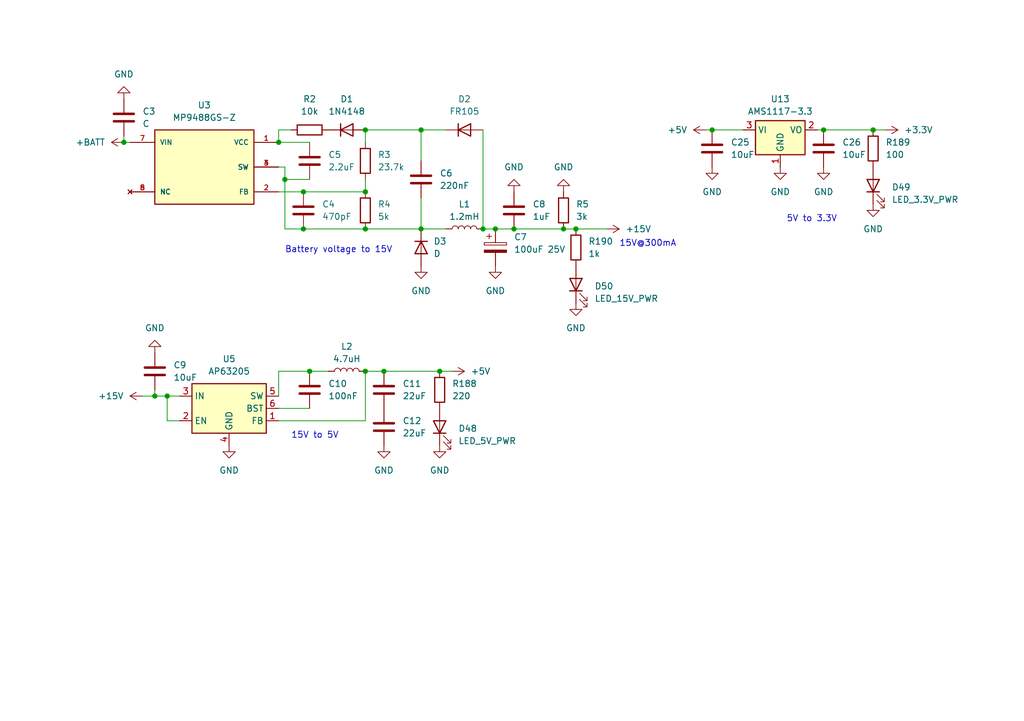
<source format=kicad_sch>
(kicad_sch (version 20230121) (generator eeschema)
  (paper "A5")
  (title_block (title "Power sources") (date "2023-08-20") (rev "1") (company "Dynamium") (comment 1 "Steps down pack voltage down to 15V, 5V, and 3.3V"))
  (lib_symbols
    (symbol "Device:C" (pin_numbers hide) (pin_names (offset 0.254))
      (property "Reference" "C" (at 0.635 2.54 0))
      (property "Value" "C" (at 0.635 -2.54 0))
      (symbol "C_0_1"
        (polyline (pts (xy -2.032 -0.762) (xy 2.032 -0.762)) (stroke (width 0.508)))
        (polyline (pts (xy -2.032 0.762) (xy 2.032 0.762)) (stroke (width 0.508)))
      )
      (symbol "C_1_1"
        (pin passive line (at 0 3.81 270) (length 2.794) (name "~") (number "1"))
        (pin passive line (at 0 -3.81 90) (length 2.794) (name "~") (number "2"))
      )
    )
    (symbol "Device:C_Polarized" (pin_numbers hide) (pin_names (offset 0.254))
      (property "Reference" "C" (at 0.635 2.54 0))
      (property "Value" "C_Polarized" (at 0.635 -2.54 0))
      (symbol "C_Polarized_0_1"
        (rectangle (start -2.286 0.508) (end 2.286 1.016))
        (polyline (pts (xy -1.778 2.286) (xy -0.762 2.286)))
        (polyline (pts (xy -1.27 2.794) (xy -1.27 1.778)))
        (rectangle (start 2.286 -0.508) (end -2.286 -1.016) (fill (type outline)))
      )
      (symbol "C_Polarized_1_1"
        (pin passive line (at 0 3.81 270) (length 2.794) (name "~") (number "1"))
        (pin passive line (at 0 -3.81 90) (length 2.794) (name "~") (number "2"))
      )
    )
    (symbol "Device:D" (pin_numbers hide) (pin_names (offset 1.016) hide)
      (property "Reference" "D" (at 0 2.54 0))
      (property "Value" "D" (at 0 -2.54 0))
      (symbol "D_0_1"
        (polyline (pts (xy -1.27 1.27) (xy -1.27 -1.27)) (stroke (width 0.254)))
        (polyline (pts (xy 1.27 0) (xy -1.27 0)))
        (polyline (pts (xy 1.27 1.27) (xy 1.27 -1.27) (xy -1.27 0) (xy 1.27 1.27)) (stroke (width 0.254)))
      )
      (symbol "D_1_1"
        (pin passive line (at -3.81 0 0) (length 2.54) (name "K") (number "1"))
        (pin passive line (at 3.81 0 180) (length 2.54) (name "A") (number "2"))
      )
    )
    (symbol "Device:L" (pin_numbers hide) (pin_names (offset 1.016) hide)
      (property "Reference" "L" (at -1.27 0 90))
      (property "Value" "L" (at 1.905 0 90))
      (symbol "L_0_1"
        (arc (start 0 -2.54) (mid 0.6323 -1.905) (end 0 -1.27))
        (arc (start 0 -1.27) (mid 0.6323 -0.635) (end 0 0))
        (arc (start 0 0) (mid 0.6323 0.635) (end 0 1.27))
        (arc (start 0 1.27) (mid 0.6323 1.905) (end 0 2.54))
      )
      (symbol "L_1_1"
        (pin passive line (at 0 3.81 270) (length 1.27) (name "1") (number "1"))
        (pin passive line (at 0 -3.81 90) (length 1.27) (name "2") (number "2"))
      )
    )
    (symbol "Device:LED" (pin_numbers hide) (pin_names (offset 1.016) hide)
      (property "Reference" "D" (at 0 2.54 0))
      (property "Value" "LED" (at 0 -2.54 0))
      (symbol "LED_0_1"
        (polyline (pts (xy -1.27 -1.27) (xy -1.27 1.27)) (stroke (width 0.254)))
        (polyline (pts (xy -1.27 0) (xy 1.27 0)))
        (polyline (pts (xy 1.27 -1.27) (xy 1.27 1.27) (xy -1.27 0) (xy 1.27 -1.27)) (stroke (width 0.254)))
        (polyline (pts (xy -3.048 -0.762) (xy -4.572 -2.286) (xy -3.81 -2.286) (xy -4.572 -2.286) (xy -4.572 -1.524)))
        (polyline (pts (xy -1.778 -0.762) (xy -3.302 -2.286) (xy -2.54 -2.286) (xy -3.302 -2.286) (xy -3.302 -1.524)))
      )
      (symbol "LED_1_1"
        (pin passive line (at -3.81 0 0) (length 2.54) (name "K") (number "1"))
        (pin passive line (at 3.81 0 180) (length 2.54) (name "A") (number "2"))
      )
    )
    (symbol "Device:R" (pin_numbers hide) (pin_names (offset 0))
      (property "Reference" "R" (at 2.032 0 90))
      (property "Value" "R" (at 0 0 90))
      (symbol "R_0_1"
        (rectangle (start -1.016 -2.54) (end 1.016 2.54) (stroke (width 0.254)))
      )
      (symbol "R_1_1"
        (pin passive line (at 0 3.81 270) (length 1.27) (name "~") (number "1"))
        (pin passive line (at 0 -3.81 90) (length 1.27) (name "~") (number "2"))
      )
    )
    (symbol "MP9488GS-Z:MP9488GS-Z" (pin_names (offset 1.016))
      (property "Reference" "U" (at -10.16 8.382 0))
      (property "Value" "MP9488GS-Z" (at -10.16 -10.16 0))
      (symbol "MP9488GS-Z_0_0"
        (rectangle (start -10.16 -7.62) (end 10.16 7.62) (stroke (width 0.254)) (fill (type background)))
        (pin power_in line (at 15.24 5.08 180) (length 5.08) (name "VCC") (number "1"))
        (pin input line (at 15.24 -5.08 180) (length 5.08) (name "FB") (number "2"))
        (pin output line (at 15.24 0 180) (length 5.08) (name "SW") (number "3"))
        (pin output line (at 15.24 0 180) (length 5.08) (name "SW") (number "4"))
        (pin no_connect line (at -15.24 -5.08 0) (length 5.08) (name "NC") (number "5"))
        (pin no_connect line (at -15.24 -5.08 0) (length 5.08) (name "NC") (number "6"))
        (pin input line (at -15.24 5.08 0) (length 5.08) (name "VIN") (number "7"))
        (pin no_connect line (at -15.24 -5.08 0) (length 5.08) (name "NC") (number "8"))
      )
    )
    (symbol "Regulator_Linear:AMS1117-3.3"
      (property "Reference" "U" (at -3.81 3.175 0))
      (property "Value" "AMS1117-3.3" (at 0 3.175 0))
      (symbol "AMS1117-3.3_0_1"
        (rectangle (start -5.08 -5.08) (end 5.08 1.905) (stroke (width 0.254)) (fill (type background)))
      )
      (symbol "AMS1117-3.3_1_1"
        (pin power_in line (at 0 -7.62 90) (length 2.54) (name "GND") (number "1"))
        (pin power_out line (at 7.62 0 180) (length 2.54) (name "VO") (number "2"))
        (pin power_in line (at -7.62 0 0) (length 2.54) (name "VI") (number "3"))
      )
    )
    (symbol "Regulator_Switching:AP63203WU"
      (property "Reference" "U" (at -7.62 6.35 0))
      (property "Value" "AP63203WU" (at 2.54 6.35 0))
      (symbol "AP63203WU_0_1"
        (rectangle (start -7.62 5.08) (end 7.62 -5.08) (stroke (width 0.254)) (fill (type background)))
      )
      (symbol "AP63203WU_1_1"
        (pin input line (at 10.16 -2.54 180) (length 2.54) (name "FB") (number "1"))
        (pin input line (at -10.16 -2.54 0) (length 2.54) (name "EN") (number "2"))
        (pin power_in line (at -10.16 2.54 0) (length 2.54) (name "IN") (number "3"))
        (pin power_in line (at 0 -7.62 90) (length 2.54) (name "GND") (number "4"))
        (pin output line (at 10.16 2.54 180) (length 2.54) (name "SW") (number "5"))
        (pin passive line (at 10.16 0 180) (length 2.54) (name "BST") (number "6"))
      )
    )
    (symbol "power:+15V" (power) (pin_names (offset 0))
      (property "Value" "+15V" (at 0 3.556 0))
      (symbol "+15V_0_1"
        (polyline (pts (xy -0.762 1.27) (xy 0 2.54)))
        (polyline (pts (xy 0 0) (xy 0 2.54)))
        (polyline (pts (xy 0 2.54) (xy 0.762 1.27)))
      )
      (symbol "+15V_1_1"
        (pin power_in line (at 0 0 90) (length 0) hide (name "+15V") (number "1"))
      )
    )
    (symbol "power:+3.3V" (power) (pin_names (offset 0))
      (property "Value" "+3.3V" (at 0 3.556 0))
      (symbol "+3.3V_0_1"
        (polyline (pts (xy -0.762 1.27) (xy 0 2.54)))
        (polyline (pts (xy 0 0) (xy 0 2.54)))
        (polyline (pts (xy 0 2.54) (xy 0.762 1.27)))
      )
      (symbol "+3.3V_1_1"
        (pin power_in line (at 0 0 90) (length 0) hide (name "+3.3V") (number "1"))
      )
    )
    (symbol "power:+5V" (power) (pin_names (offset 0))
      (property "Value" "+5V" (at 0 3.556 0))
      (symbol "+5V_0_1"
        (polyline (pts (xy -0.762 1.27) (xy 0 2.54)))
        (polyline (pts (xy 0 0) (xy 0 2.54)))
        (polyline (pts (xy 0 2.54) (xy 0.762 1.27)))
      )
      (symbol "+5V_1_1"
        (pin power_in line (at 0 0 90) (length 0) hide (name "+5V") (number "1"))
      )
    )
    (symbol "power:+BATT" (power) (pin_names (offset 0))
      (property "Value" "+BATT" (at 0 3.556 0))
      (symbol "+BATT_0_1"
        (polyline (pts (xy -0.762 1.27) (xy 0 2.54)))
        (polyline (pts (xy 0 0) (xy 0 2.54)))
        (polyline (pts (xy 0 2.54) (xy 0.762 1.27)))
      )
      (symbol "+BATT_1_1"
        (pin power_in line (at 0 0 90) (length 0) hide (name "+BATT") (number "1"))
      )
    )
    (symbol "power:GND" (power) (pin_names (offset 0))
      (property "Value" "GND" (at 0 -3.81 0))
      (symbol "GND_0_1"
        (polyline (pts (xy 0 0) (xy 0 -1.27) (xy 1.27 -1.27) (xy 0 -2.54) (xy -1.27 -1.27) (xy 0 -1.27)))
      )
      (symbol "GND_1_1"
        (pin power_in line (at 0 0 270) (length 0) hide (name "GND") (number "1"))
      )
    )
  )
  (junction (at 62.23 39.37))
  (junction (at 105.41 46.99))
  (junction (at 34.29 81.28))
  (junction (at 146.05 26.67))
  (junction (at 74.93 76.2))
  (junction (at 78.74 76.2))
  (junction (at 118.11 46.99))
  (junction (at 115.57 46.99))
  (junction (at 99.06 46.99))
  (junction (at 57.15 29.21))
  (junction (at 86.36 46.99))
  (junction (at 63.5 76.2))
  (junction (at 74.93 46.99))
  (junction (at 58.42 36.83))
  (junction (at 101.6 46.99))
  (junction (at 62.23 46.99))
  (junction (at 74.93 39.37))
  (junction (at 179.07 26.67))
  (junction (at 25.4 29.21))
  (junction (at 74.93 26.67))
  (junction (at 31.75 81.28))
  (junction (at 86.36 26.67))
  (junction (at 90.17 76.2))
  (junction (at 168.91 26.67))
  (wire (pts (xy 86.36 33.02) (xy 86.36 26.67)))
  (wire (pts (xy 90.17 76.2) (xy 78.74 76.2)))
  (wire (pts (xy 63.5 36.83) (xy 58.42 36.83)))
  (wire (pts (xy 59.69 26.67) (xy 57.15 26.67)))
  (wire (pts (xy 57.15 34.29) (xy 58.42 34.29)))
  (wire (pts (xy 86.36 26.67) (xy 74.93 26.67)))
  (wire (pts (xy 118.11 46.99) (xy 115.57 46.99)))
  (wire (pts (xy 74.93 26.67) (xy 74.93 29.21)))
  (wire (pts (xy 57.15 26.67) (xy 57.15 29.21)))
  (wire (pts (xy 86.36 46.99) (xy 74.93 46.99)))
  (wire (pts (xy 36.83 86.36) (xy 34.29 86.36)))
  (wire (pts (xy 58.42 46.99) (xy 62.23 46.99)))
  (wire (pts (xy 26.67 29.21) (xy 25.4 29.21)))
  (wire (pts (xy 86.36 46.99) (xy 91.44 46.99)))
  (wire (pts (xy 31.75 81.28) (xy 34.29 81.28)))
  (wire (pts (xy 86.36 40.64) (xy 86.36 46.99)))
  (wire (pts (xy 124.46 46.99) (xy 118.11 46.99)))
  (wire (pts (xy 34.29 86.36) (xy 34.29 81.28)))
  (wire (pts (xy 144.78 26.67) (xy 146.05 26.67)))
  (wire (pts (xy 57.15 81.28) (xy 57.15 76.2)))
  (wire (pts (xy 63.5 76.2) (xy 67.31 76.2)))
  (wire (pts (xy 57.15 29.21) (xy 63.5 29.21)))
  (wire (pts (xy 74.93 86.36) (xy 74.93 76.2)))
  (wire (pts (xy 29.21 81.28) (xy 31.75 81.28)))
  (wire (pts (xy 58.42 36.83) (xy 58.42 46.99)))
  (wire (pts (xy 62.23 46.99) (xy 74.93 46.99)))
  (wire (pts (xy 168.91 26.67) (xy 179.07 26.67)))
  (wire (pts (xy 57.15 83.82) (xy 63.5 83.82)))
  (wire (pts (xy 99.06 46.99) (xy 101.6 46.99)))
  (wire (pts (xy 58.42 34.29) (xy 58.42 36.83)))
  (wire (pts (xy 105.41 46.99) (xy 115.57 46.99)))
  (wire (pts (xy 31.75 80.01) (xy 31.75 81.28)))
  (wire (pts (xy 34.29 81.28) (xy 36.83 81.28)))
  (wire (pts (xy 92.71 76.2) (xy 90.17 76.2)))
  (wire (pts (xy 57.15 39.37) (xy 62.23 39.37)))
  (wire (pts (xy 74.93 76.2) (xy 78.74 76.2)))
  (wire (pts (xy 86.36 26.67) (xy 91.44 26.67)))
  (wire (pts (xy 167.64 26.67) (xy 168.91 26.67)))
  (wire (pts (xy 146.05 26.67) (xy 152.4 26.67)))
  (wire (pts (xy 179.07 26.67) (xy 181.61 26.67)))
  (wire (pts (xy 57.15 76.2) (xy 63.5 76.2)))
  (wire (pts (xy 25.4 27.94) (xy 25.4 29.21)))
  (wire (pts (xy 99.06 26.67) (xy 99.06 46.99)))
  (wire (pts (xy 62.23 39.37) (xy 74.93 39.37)))
  (wire (pts (xy 74.93 36.83) (xy 74.93 39.37)))
  (wire (pts (xy 101.6 46.99) (xy 105.41 46.99)))
  (wire (pts (xy 57.15 86.36) (xy 74.93 86.36)))
  (text "15V to 5V" (at 59.69 90.17 0) (effects (font (size 1.27 1.27)) (justify left bottom)))
  (text "15V@300mA\n" (at 127 50.8 0) (effects (font (size 1.27 1.27)) (justify left bottom)))
  (text "5V to 3.3V" (at 161.29 45.72 0) (effects (font (size 1.27 1.27)) (justify left bottom)))
  (text "Battery voltage to 15V" (at 58.42 52.07 0) (effects (font (size 1.27 1.27)) (justify left bottom)))
  (symbol (lib_id "power:+3.3V") (at 181.61 26.67 270) (unit 1)
    (property "Reference" "#PWR0121" (effects hide))
    (property "Value" "+3.3V" (at 185.42 26.67 90) (effects (justify left)))
    (instances (project "sBMS" (path "" (reference "#PWR0121") (unit 1)) (path "" (reference "#PWR0146") (unit 1)) (path "" (reference "#PWR031") (unit 1))))
  )
  (symbol (lib_id "Regulator_Switching:AP63203WU") (at 46.99 83.82 0) (unit 1)
    (property "Reference" "U5" (at 46.99 73.66 0))
    (property "Value" "AP63205" (at 46.99 76.2 0))
    (property "Footprint" "Package_TO_SOT_SMD:TSOT-23-6" (effects hide))
    (property "Datasheet" "https://www.diodes.com/assets/Datasheets/AP63200-AP63201-AP63203-AP63205.pdf" (effects hide))
    (instances (project "sBMS" (path "" (reference "U5") (unit 1)) (path "" (reference "U5") (unit 1)) (path "" (reference "U20") (unit 1)) (path "" (reference "U3") (unit 1))))
  )
  (symbol (lib_id "power:GND") (at 46.99 91.44 0) (unit 1)
    (property "Reference" "#PWR021" (effects hide))
    (property "Value" "GND" (at 46.99 96.52 0))
    (instances (project "sBMS" (path "" (reference "#PWR021") (unit 1)) (path "" (reference "#PWR021") (unit 1)) (path "" (reference "#PWR0139") (unit 1)) (path "" (reference "#PWR021") (unit 1))))
  )
  (symbol (lib_id "Device:C") (at 78.74 80.01 0) (unit 1)
    (property "Reference" "C11" (at 82.55 78.74 0) (effects (justify left)))
    (property "Value" "22uF" (at 82.55 81.28 0) (effects (justify left)))
    (instances (project "sBMS" (path "" (reference "C11") (unit 1)) (path "" (reference "C11") (unit 1)) (path "" (reference "C45") (unit 1)) (path "" (reference "C15") (unit 1))))
  )
  (symbol (lib_id "Device:C") (at 63.5 80.01 0) (unit 1)
    (property "Reference" "C10" (at 67.31 78.74 0) (effects (justify left)))
    (property "Value" "100nF" (at 67.31 81.28 0) (effects (justify left)))
    (instances (project "sBMS" (path "" (reference "C10") (unit 1)) (path "" (reference "C10") (unit 1)) (path "" (reference "C43") (unit 1)) (path "" (reference "C11") (unit 1))))
  )
  (symbol (lib_id "power:+BATT") (at 25.4 29.21 90) (unit 1)
    (property "Reference" "#PWR08" (effects hide))
    (property "Value" "+BATT" (at 21.59 29.21 90) (effects (justify left)))
    (instances (project "sBMS" (path "" (reference "#PWR08") (unit 1)) (path "" (reference "#PWR09") (unit 1)) (path "" (reference "#PWR094") (unit 1)) (path "" (reference "#PWR09") (unit 1))))
  )
  (symbol (lib_id "Device:LED") (at 90.17 87.63 90) (unit 1)
    (property "Reference" "D48" (at 93.98 87.9475 90) (effects (justify right)))
    (property "Value" "LED_5V_PWR" (at 93.98 90.4875 90) (effects (justify right)))
    (instances (project "sBMS" (path "" (reference "D48") (unit 1)) (path "" (reference "D9") (unit 1)) (path "" (reference "D12") (unit 1))))
  )
  (symbol (lib_id "power:GND") (at 105.41 39.37 180) (unit 1)
    (property "Reference" "#PWR013" (effects hide))
    (property "Value" "GND" (at 105.41 34.29 0))
    (instances (project "sBMS" (path "" (reference "#PWR013") (unit 1)) (path "" (reference "#PWR013") (unit 1)) (path "" (reference "#PWR0100") (unit 1)) (path "" (reference "#PWR013") (unit 1))))
  )
  (symbol (lib_id "power:GND") (at 25.4 20.32 180) (unit 1)
    (property "Reference" "#PWR09" (effects hide))
    (property "Value" "GND" (at 25.4 15.24 0))
    (instances (project "sBMS" (path "" (reference "#PWR09") (unit 1)) (path "" (reference "#PWR08") (unit 1)) (path "" (reference "#PWR093") (unit 1)) (path "" (reference "#PWR08") (unit 1))))
  )
  (symbol (lib_id "Device:D") (at 95.25 26.67 0) (unit 1)
    (property "Reference" "D2" (at 95.25 20.32 0))
    (property "Value" "FR105" (at 95.25 22.86 0))
    (property "Sim.Device" "D" (effects hide))
    (property "Sim.Pins" "1=K 2=A" (effects hide))
    (instances (project "sBMS" (path "" (reference "D2") (unit 1)) (path "" (reference "D3") (unit 1)) (path "" (reference "D6") (unit 1)) (path "" (reference "D3") (unit 1))))
  )
  (symbol (lib_id "power:GND") (at 78.74 91.44 0) (unit 1)
    (property "Reference" "#PWR022" (effects hide))
    (property "Value" "GND" (at 78.74 96.52 0))
    (instances (project "sBMS" (path "" (reference "#PWR022") (unit 1)) (path "" (reference "#PWR022") (unit 1)) (path "" (reference "#PWR0144") (unit 1)) (path "" (reference "#PWR028") (unit 1))))
  )
  (symbol (lib_id "Device:C") (at 25.4 24.13 0) (unit 1)
    (property "Reference" "C3" (at 29.21 22.86 0) (effects (justify left)))
    (property "Value" "C" (at 29.21 25.4 0) (effects (justify left)))
    (instances (project "sBMS" (path "" (reference "C3") (unit 1)) (path "" (reference "C3") (unit 1)) (path "" (reference "C34") (unit 1)) (path "" (reference "C3") (unit 1))))
  )
  (symbol (lib_id "power:+5V") (at 144.78 26.67 90) (unit 1)
    (property "Reference" "#PWR023" (effects hide))
    (property "Value" "+5V" (at 140.97 26.67 90) (effects (justify left)))
    (instances (project "sBMS" (path "" (reference "#PWR023") (unit 1)) (path "" (reference "#PWR0140") (unit 1)) (path "" (reference "#PWR022") (unit 1))))
  )
  (symbol (lib_id "Device:R") (at 90.17 80.01 0) (unit 1)
    (property "Reference" "R188" (at 92.71 78.74 0) (effects (justify left)))
    (property "Value" "220" (at 92.71 81.28 0) (effects (justify left)))
    (instances (project "sBMS" (path "" (reference "R188") (unit 1)) (path "" (reference "R152") (unit 1)) (path "" (reference "R8") (unit 1))))
  )
  (symbol (lib_id "power:GND") (at 86.36 54.61 0) (unit 1)
    (property "Reference" "#PWR011" (effects hide))
    (property "Value" "GND" (at 86.36 59.69 0))
    (instances (project "sBMS" (path "" (reference "#PWR011") (unit 1)) (path "" (reference "#PWR011") (unit 1)) (path "" (reference "#PWR098") (unit 1)) (path "" (reference "#PWR011") (unit 1))))
  )
  (symbol (lib_id "Device:R") (at 118.11 50.8 0) (unit 1)
    (property "Reference" "R190" (at 120.65 49.53 0) (effects (justify left)))
    (property "Value" "1k" (at 120.65 52.07 0) (effects (justify left)))
    (instances (project "sBMS" (path "" (reference "R190") (unit 1)) (path "" (reference "R150") (unit 1)) (path "" (reference "R6") (unit 1))))
  )
  (symbol (lib_id "power:GND") (at 90.17 91.44 0) (unit 1)
    (property "Reference" "#PWR0118" (effects hide))
    (property "Value" "GND" (at 90.17 96.52 0))
    (instances (project "sBMS" (path "" (reference "#PWR0118") (unit 1)) (path "" (reference "#PWR0147") (unit 1)) (path "" (reference "#PWR032") (unit 1))))
  )
  (symbol (lib_id "Device:C") (at 168.91 30.48 0) (unit 1)
    (property "Reference" "C26" (at 172.72 29.21 0) (effects (justify left)))
    (property "Value" "10uF" (at 172.72 31.75 0) (effects (justify left)))
    (instances (project "sBMS" (path "" (reference "C26") (unit 1)) (path "" (reference "C44") (unit 1)) (path "" (reference "C12") (unit 1))))
  )
  (symbol (lib_id "Device:R") (at 179.07 30.48 0) (unit 1)
    (property "Reference" "R189" (at 181.61 29.21 0) (effects (justify left)))
    (property "Value" "100" (at 181.61 31.75 0) (effects (justify left)))
    (instances (project "sBMS" (path "" (reference "R189") (unit 1)) (path "" (reference "R151") (unit 1)) (path "" (reference "R7") (unit 1))))
  )
  (symbol (lib_id "Device:R") (at 63.5 26.67 90) (unit 1)
    (property "Reference" "R2" (at 63.5 20.32 90))
    (property "Value" "10k" (at 63.5 22.86 90))
    (instances (project "sBMS" (path "" (reference "R2") (unit 1)) (path "" (reference "R2") (unit 1)) (path "" (reference "R146") (unit 1)) (path "" (reference "R2") (unit 1))))
  )
  (symbol (lib_id "power:+5V") (at 92.71 76.2 270) (unit 1)
    (property "Reference" "#PWR017" (effects hide))
    (property "Value" "+5V" (at 96.52 76.2 90) (effects (justify left)))
    (instances (project "sBMS" (path "" (reference "#PWR017") (unit 1)) (path "" (reference "#PWR0148") (unit 1)) (path "" (reference "#PWR033") (unit 1))))
  )
  (symbol (lib_id "Device:R") (at 74.93 33.02 0) (unit 1)
    (property "Reference" "R3" (at 77.47 31.75 0) (effects (justify left)))
    (property "Value" "23.7k" (at 77.47 34.29 0) (effects (justify left)))
    (instances (project "sBMS" (path "" (reference "R3") (unit 1)) (path "" (reference "R3") (unit 1)) (path "" (reference "R147") (unit 1)) (path "" (reference "R3") (unit 1))))
  )
  (symbol (lib_id "Device:L") (at 71.12 76.2 90) (unit 1)
    (property "Reference" "L2" (at 71.12 71.12 90))
    (property "Value" "4.7uH" (at 71.12 73.66 90))
    (instances (project "sBMS" (path "" (reference "L2") (unit 1)) (path "" (reference "L2") (unit 1)) (path "" (reference "L4") (unit 1)) (path "" (reference "L2") (unit 1))))
  )
  (symbol (lib_id "Device:C") (at 63.5 33.02 0) (unit 1)
    (property "Reference" "C5" (at 67.31 31.75 0) (effects (justify left)))
    (property "Value" "2.2uF" (at 67.31 34.29 0) (effects (justify left)))
    (instances (project "sBMS" (path "" (reference "C5") (unit 1)) (path "" (reference "C5") (unit 1)) (path "" (reference "C36") (unit 1)) (path "" (reference "C5") (unit 1))))
  )
  (symbol (lib_id "Device:R") (at 74.93 43.18 0) (unit 1)
    (property "Reference" "R4" (at 77.47 41.91 0) (effects (justify left)))
    (property "Value" "5k" (at 77.47 44.45 0) (effects (justify left)))
    (instances (project "sBMS" (path "" (reference "R4") (unit 1)) (path "" (reference "R4") (unit 1)) (path "" (reference "R148") (unit 1)) (path "" (reference "R4") (unit 1))))
  )
  (symbol (lib_id "Device:C") (at 62.23 43.18 0) (unit 1)
    (property "Reference" "C4" (at 66.04 41.91 0) (effects (justify left)))
    (property "Value" "470pF" (at 66.04 44.45 0) (effects (justify left)))
    (instances (project "sBMS" (path "" (reference "C4") (unit 1)) (path "" (reference "C4") (unit 1)) (path "" (reference "C35") (unit 1)) (path "" (reference "C4") (unit 1))))
  )
  (symbol (lib_id "Device:C") (at 105.41 43.18 0) (unit 1)
    (property "Reference" "C8" (at 109.22 41.91 0) (effects (justify left)))
    (property "Value" "1uF" (at 109.22 44.45 0) (effects (justify left)))
    (instances (project "sBMS" (path "" (reference "C8") (unit 1)) (path "" (reference "C8") (unit 1)) (path "" (reference "C40") (unit 1)) (path "" (reference "C8") (unit 1))))
  )
  (symbol (lib_id "Regulator_Linear:AMS1117-3.3") (at 160.02 26.67 0) (unit 1)
    (property "Reference" "U13" (at 160.02 20.32 0))
    (property "Value" "AMS1117-3.3" (at 160.02 22.86 0))
    (property "Footprint" "Package_TO_SOT_SMD:SOT-223-3_TabPin2" (effects hide))
    (property "Datasheet" "http://www.advanced-monolithic.com/pdf/ds1117.pdf" (effects hide))
    (instances (project "sBMS" (path "" (reference "U13") (unit 1)) (path "" (reference "U21") (unit 1)) (path "" (reference "U4") (unit 1))))
  )
  (symbol (lib_id "power:+15V") (at 124.46 46.99 270) (unit 1)
    (property "Reference" "#PWR015" (effects hide))
    (property "Value" "+15V" (at 128.27 46.99 90) (effects (justify left)))
    (instances (project "sBMS" (path "" (reference "#PWR015") (unit 1)) (path "" (reference "#PWR019") (unit 1)) (path "" (reference "#PWR0138") (unit 1)) (path "" (reference "#PWR020") (unit 1))))
  )
  (symbol (lib_id "power:GND") (at 160.02 34.29 0) (unit 1)
    (property "Reference" "#PWR0120" (effects hide))
    (property "Value" "GND" (at 160.02 39.37 0))
    (instances (project "sBMS" (path "" (reference "#PWR0120") (unit 1)) (path "" (reference "#PWR0142") (unit 1)) (path "" (reference "#PWR026") (unit 1))))
  )
  (symbol (lib_id "Device:D") (at 86.36 50.8 270) (unit 1)
    (property "Reference" "D3" (at 88.9 49.53 90) (effects (justify left)))
    (property "Value" "D" (at 88.9 52.07 90) (effects (justify left)))
    (property "Sim.Device" "D" (effects hide))
    (property "Sim.Pins" "1=K 2=A" (effects hide))
    (instances (project "sBMS" (path "" (reference "D3") (unit 1)) (path "" (reference "D2") (unit 1)) (path "" (reference "D5") (unit 1)) (path "" (reference "D2") (unit 1))))
  )
  (symbol (lib_id "Device:LED") (at 118.11 58.42 90) (unit 1)
    (property "Reference" "D50" (at 121.92 58.7375 90) (effects (justify right)))
    (property "Value" "LED_15V_PWR" (at 121.92 61.2775 90) (effects (justify right)))
    (instances (project "sBMS" (path "" (reference "D50") (unit 1)) (path "" (reference "D7") (unit 1)) (path "" (reference "D10") (unit 1))))
  )
  (symbol (lib_id "power:+15V") (at 29.21 81.28 90) (unit 1)
    (property "Reference" "#PWR019" (effects hide))
    (property "Value" "+15V" (at 25.4 81.28 90) (effects (justify left)))
    (instances (project "sBMS" (path "" (reference "#PWR019") (unit 1)) (path "" (reference "#PWR015") (unit 1)) (path "" (reference "#PWR0135") (unit 1)) (path "" (reference "#PWR015") (unit 1))))
  )
  (symbol (lib_id "power:GND") (at 168.91 34.29 0) (unit 1)
    (property "Reference" "#PWR0122" (effects hide))
    (property "Value" "GND" (at 168.91 39.37 0))
    (instances (project "sBMS" (path "" (reference "#PWR0122") (unit 1)) (path "" (reference "#PWR0143") (unit 1)) (path "" (reference "#PWR027") (unit 1))))
  )
  (symbol (lib_id "MP9488GS-Z:MP9488GS-Z") (at 41.91 34.29 0) (unit 1)
    (property "Reference" "U3" (at 41.91 21.59 0))
    (property "Value" "MP9488GS-Z" (at 41.91 24.13 0))
    (property "Footprint" "MP9488GS-Z:SOIC127P600X175-8N" (effects hide))
    (property "MF" "Monolithic Power" (effects hide))
    (property "MAXIMUM_PACKAGE_HEIGHT" "1.75mm" (effects hide))
    (property "Package" "None" (effects hide))
    (property "Price" "None" (effects hide))
    (property "Check_prices" "https://www.snapeda.com/parts/MP9488GS-Z/Monolithic+Power+Systems+Inc./view-part/?ref=eda" (effects hide))
    (property "STANDARD" "IPC-7351B" (effects hide))
    (property "PARTREV" "1.0" (effects hide))
    (property "SnapEDA_Link" "https://www.snapeda.com/parts/MP9488GS-Z/Monolithic+Power+Systems+Inc./view-part/?ref=snap" (effects hide))
    (property "MP" "MP9488GS-Z" (effects hide))
    (property "Purchase-URL" "https://pricing.snapeda.com/search?q=MP9488GS-Z&ref=eda" (effects hide))
    (property "Description" "\nBuck, Boost, Buck-Boost, Flyback Switching Regulator IC Positive Adjustable 1 Output 300mA (Switch) 8-SOIC (0.154, 3.90mm Width)\n" (effects hide))
    (property "Availability" "In Stock" (effects hide))
    (property "MANUFACTURER" "Monolithic Power Systems" (effects hide))
    (instances (project "sBMS" (path "" (reference "U3") (unit 1)) (path "" (reference "U3") (unit 1)) (path "" (reference "U17") (unit 1)) (path "" (reference "U1") (unit 1))))
  )
  (symbol (lib_id "Device:D") (at 71.12 26.67 0) (unit 1)
    (property "Reference" "D1" (at 71.12 20.32 0))
    (property "Value" "1N4148" (at 71.12 22.86 0))
    (property "Sim.Device" "D" (effects hide))
    (property "Sim.Pins" "1=K 2=A" (effects hide))
    (instances (project "sBMS" (path "" (reference "D1") (unit 1)) (path "" (reference "D1") (unit 1)) (path "" (reference "D4") (unit 1)) (path "" (reference "D1") (unit 1))))
  )
  (symbol (lib_id "Device:R") (at 115.57 43.18 0) (unit 1)
    (property "Reference" "R5" (at 118.11 41.91 0) (effects (justify left)))
    (property "Value" "3k" (at 118.11 44.45 0) (effects (justify left)))
    (instances (project "sBMS" (path "" (reference "R5") (unit 1)) (path "" (reference "R5") (unit 1)) (path "" (reference "R149") (unit 1)) (path "" (reference "R5") (unit 1))))
  )
  (symbol (lib_id "power:GND") (at 115.57 39.37 180) (unit 1)
    (property "Reference" "#PWR014" (effects hide))
    (property "Value" "GND" (at 115.57 34.29 0))
    (instances (project "sBMS" (path "" (reference "#PWR014") (unit 1)) (path "" (reference "#PWR014") (unit 1)) (path "" (reference "#PWR0134") (unit 1)) (path "" (reference "#PWR014") (unit 1))))
  )
  (symbol (lib_id "power:GND") (at 31.75 72.39 180) (unit 1)
    (property "Reference" "#PWR020" (effects hide))
    (property "Value" "GND" (at 31.75 67.31 0))
    (instances (project "sBMS" (path "" (reference "#PWR020") (unit 1)) (path "" (reference "#PWR020") (unit 1)) (path "" (reference "#PWR0137") (unit 1)) (path "" (reference "#PWR019") (unit 1))))
  )
  (symbol (lib_id "power:GND") (at 146.05 34.29 0) (unit 1)
    (property "Reference" "#PWR0119" (effects hide))
    (property "Value" "GND" (at 146.05 39.37 0))
    (instances (project "sBMS" (path "" (reference "#PWR0119") (unit 1)) (path "" (reference "#PWR0141") (unit 1)) (path "" (reference "#PWR023") (unit 1))))
  )
  (symbol (lib_id "power:GND") (at 118.11 62.23 0) (unit 1)
    (property "Reference" "#PWR0124" (effects hide))
    (property "Value" "GND" (at 118.11 67.31 0))
    (instances (project "sBMS" (path "" (reference "#PWR0124") (unit 1)) (path "" (reference "#PWR0136") (unit 1)) (path "" (reference "#PWR017") (unit 1))))
  )
  (symbol (lib_id "power:GND") (at 101.6 54.61 0) (unit 1)
    (property "Reference" "#PWR012" (effects hide))
    (property "Value" "GND" (at 101.6 59.69 0))
    (instances (project "sBMS" (path "" (reference "#PWR012") (unit 1)) (path "" (reference "#PWR012") (unit 1)) (path "" (reference "#PWR099") (unit 1)) (path "" (reference "#PWR012") (unit 1))))
  )
  (symbol (lib_id "Device:C") (at 78.74 87.63 0) (unit 1)
    (property "Reference" "C12" (at 82.55 86.36 0) (effects (justify left)))
    (property "Value" "22uF" (at 82.55 88.9 0) (effects (justify left)))
    (instances (project "sBMS" (path "" (reference "C12") (unit 1)) (path "" (reference "C12") (unit 1)) (path "" (reference "C46") (unit 1)) (path "" (reference "C16") (unit 1))))
  )
  (symbol (lib_id "Device:L") (at 95.25 46.99 90) (unit 1)
    (property "Reference" "L1" (at 95.25 41.91 90))
    (property "Value" "1.2mH" (at 95.25 44.45 90))
    (instances (project "sBMS" (path "" (reference "L1") (unit 1)) (path "" (reference "L1") (unit 1)) (path "" (reference "L3") (unit 1)) (path "" (reference "L1") (unit 1))))
  )
  (symbol (lib_id "power:GND") (at 179.07 41.91 0) (unit 1)
    (property "Reference" "#PWR0123" (effects hide))
    (property "Value" "GND" (at 179.07 46.99 0))
    (instances (project "sBMS" (path "" (reference "#PWR0123") (unit 1)) (path "" (reference "#PWR0145") (unit 1)) (path "" (reference "#PWR030") (unit 1))))
  )
  (symbol (lib_id "Device:C") (at 86.36 36.83 0) (unit 1)
    (property "Reference" "C6" (at 90.17 35.56 0) (effects (justify left)))
    (property "Value" "220nF" (at 90.17 38.1 0) (effects (justify left)))
    (instances (project "sBMS" (path "" (reference "C6") (unit 1)) (path "" (reference "C6") (unit 1)) (path "" (reference "C38") (unit 1)) (path "" (reference "C6") (unit 1))))
  )
  (symbol (lib_id "Device:C_Polarized") (at 101.6 50.8 0) (unit 1)
    (property "Reference" "C7" (at 105.41 48.641 0) (effects (justify left)))
    (property "Value" "100uF 25V" (at 105.41 51.181 0) (effects (justify left)))
    (instances (project "sBMS" (path "" (reference "C7") (unit 1)) (path "" (reference "C7") (unit 1)) (path "" (reference "C39") (unit 1)) (path "" (reference "C7") (unit 1))))
  )
  (symbol (lib_id "Device:C") (at 146.05 30.48 0) (unit 1)
    (property "Reference" "C25" (at 149.86 29.21 0) (effects (justify left)))
    (property "Value" "10uF" (at 149.86 31.75 0) (effects (justify left)))
    (instances (project "sBMS" (path "" (reference "C25") (unit 1)) (path "" (reference "C42") (unit 1)) (path "" (reference "C10") (unit 1))))
  )
  (symbol (lib_id "Device:LED") (at 179.07 38.1 90) (unit 1)
    (property "Reference" "D49" (at 182.88 38.4175 90) (effects (justify right)))
    (property "Value" "LED_3.3V_PWR" (at 182.88 40.9575 90) (effects (justify right)))
    (instances (project "sBMS" (path "" (reference "D49") (unit 1)) (path "" (reference "D8") (unit 1)) (path "" (reference "D11") (unit 1))))
  )
  (symbol (lib_id "Device:C") (at 31.75 76.2 0) (unit 1)
    (property "Reference" "C9" (at 35.56 74.93 0) (effects (justify left)))
    (property "Value" "10uF" (at 35.56 77.47 0) (effects (justify left)))
    (instances (project "sBMS" (path "" (reference "C9") (unit 1)) (path "" (reference "C9") (unit 1)) (path "" (reference "C41") (unit 1)) (path "" (reference "C9") (unit 1))))
  )
)
</source>
